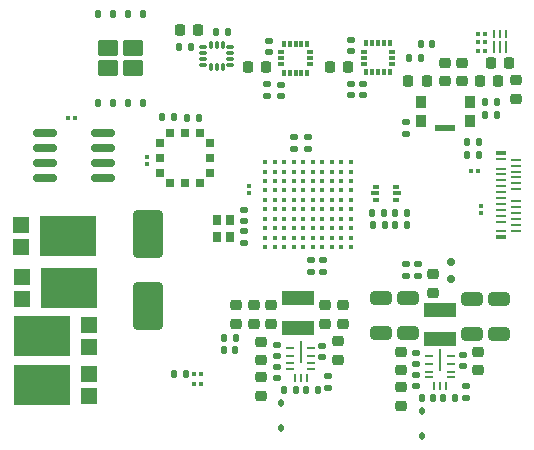
<source format=gbr>
%TF.GenerationSoftware,KiCad,Pcbnew,7.0.8*%
%TF.CreationDate,2024-02-20T09:26:03+00:00*%
%TF.ProjectId,CuttleBoard_8Layers,43757474-6c65-4426-9f61-72645f384c61,rev?*%
%TF.SameCoordinates,Original*%
%TF.FileFunction,Paste,Top*%
%TF.FilePolarity,Positive*%
%FSLAX46Y46*%
G04 Gerber Fmt 4.6, Leading zero omitted, Abs format (unit mm)*
G04 Created by KiCad (PCBNEW 7.0.8) date 2024-02-20 09:26:03*
%MOMM*%
%LPD*%
G01*
G04 APERTURE LIST*
G04 Aperture macros list*
%AMRoundRect*
0 Rectangle with rounded corners*
0 $1 Rounding radius*
0 $2 $3 $4 $5 $6 $7 $8 $9 X,Y pos of 4 corners*
0 Add a 4 corners polygon primitive as box body*
4,1,4,$2,$3,$4,$5,$6,$7,$8,$9,$2,$3,0*
0 Add four circle primitives for the rounded corners*
1,1,$1+$1,$2,$3*
1,1,$1+$1,$4,$5*
1,1,$1+$1,$6,$7*
1,1,$1+$1,$8,$9*
0 Add four rect primitives between the rounded corners*
20,1,$1+$1,$2,$3,$4,$5,0*
20,1,$1+$1,$4,$5,$6,$7,0*
20,1,$1+$1,$6,$7,$8,$9,0*
20,1,$1+$1,$8,$9,$2,$3,0*%
G04 Aperture macros list end*
%ADD10RoundRect,0.147500X0.172500X-0.147500X0.172500X0.147500X-0.172500X0.147500X-0.172500X-0.147500X0*%
%ADD11RoundRect,0.218750X-0.218750X-0.256250X0.218750X-0.256250X0.218750X0.256250X-0.218750X0.256250X0*%
%ADD12RoundRect,0.140000X-0.170000X0.140000X-0.170000X-0.140000X0.170000X-0.140000X0.170000X0.140000X0*%
%ADD13RoundRect,0.135000X-0.185000X0.135000X-0.185000X-0.135000X0.185000X-0.135000X0.185000X0.135000X0*%
%ADD14RoundRect,0.135000X-0.135000X-0.185000X0.135000X-0.185000X0.135000X0.185000X-0.135000X0.185000X0*%
%ADD15RoundRect,0.150000X-0.825000X-0.150000X0.825000X-0.150000X0.825000X0.150000X-0.825000X0.150000X0*%
%ADD16RoundRect,0.075000X0.075000X0.125000X-0.075000X0.125000X-0.075000X-0.125000X0.075000X-0.125000X0*%
%ADD17RoundRect,0.147500X0.147500X0.172500X-0.147500X0.172500X-0.147500X-0.172500X0.147500X-0.172500X0*%
%ADD18R,0.660400X0.711200*%
%ADD19R,0.711200X0.660400*%
%ADD20RoundRect,0.140000X-0.140000X-0.170000X0.140000X-0.170000X0.140000X0.170000X-0.140000X0.170000X0*%
%ADD21R,1.400000X1.390000*%
%ADD22R,4.860000X3.360000*%
%ADD23R,0.800000X0.900000*%
%ADD24RoundRect,0.218750X-0.256250X0.218750X-0.256250X-0.218750X0.256250X-0.218750X0.256250X0.218750X0*%
%ADD25RoundRect,0.140000X0.170000X-0.140000X0.170000X0.140000X-0.170000X0.140000X-0.170000X-0.140000X0*%
%ADD26RoundRect,0.135000X0.135000X0.185000X-0.135000X0.185000X-0.135000X-0.185000X0.135000X-0.185000X0*%
%ADD27RoundRect,0.075000X-0.075000X-0.125000X0.075000X-0.125000X0.075000X0.125000X-0.075000X0.125000X0*%
%ADD28RoundRect,0.218750X0.256250X-0.218750X0.256250X0.218750X-0.256250X0.218750X-0.256250X-0.218750X0*%
%ADD29RoundRect,0.225000X0.225000X0.250000X-0.225000X0.250000X-0.225000X-0.250000X0.225000X-0.250000X0*%
%ADD30RoundRect,0.062500X0.237500X-0.062500X0.237500X0.062500X-0.237500X0.062500X-0.237500X-0.062500X0*%
%ADD31RoundRect,0.062500X0.062500X0.237500X-0.062500X0.237500X-0.062500X-0.237500X0.062500X-0.237500X0*%
%ADD32RoundRect,0.062500X-0.062500X-0.850000X0.062500X-0.850000X0.062500X0.850000X-0.062500X0.850000X0*%
%ADD33R,2.800000X1.200000*%
%ADD34RoundRect,0.225000X0.250000X-0.225000X0.250000X0.225000X-0.250000X0.225000X-0.250000X-0.225000X0*%
%ADD35RoundRect,0.218750X0.218750X0.256250X-0.218750X0.256250X-0.218750X-0.256250X0.218750X-0.256250X0*%
%ADD36RoundRect,0.250000X-0.650000X0.325000X-0.650000X-0.325000X0.650000X-0.325000X0.650000X0.325000X0*%
%ADD37R,0.812800X0.330200*%
%ADD38R,0.812800X0.279400*%
%ADD39RoundRect,0.140000X0.140000X0.170000X-0.140000X0.170000X-0.140000X-0.170000X0.140000X-0.170000X0*%
%ADD40C,0.400000*%
%ADD41RoundRect,0.225000X-0.250000X0.225000X-0.250000X-0.225000X0.250000X-0.225000X0.250000X0.225000X0*%
%ADD42RoundRect,0.087500X0.225000X0.087500X-0.225000X0.087500X-0.225000X-0.087500X0.225000X-0.087500X0*%
%ADD43RoundRect,0.087500X0.087500X0.225000X-0.087500X0.225000X-0.087500X-0.225000X0.087500X-0.225000X0*%
%ADD44R,0.900000X1.000000*%
%ADD45R,1.700000X0.550000*%
%ADD46RoundRect,0.087500X0.087500X-0.187500X0.087500X0.187500X-0.087500X0.187500X-0.087500X-0.187500X0*%
%ADD47RoundRect,0.087500X0.187500X-0.087500X0.187500X0.087500X-0.187500X0.087500X-0.187500X-0.087500X0*%
%ADD48RoundRect,0.250000X0.615000X-0.435000X0.615000X0.435000X-0.615000X0.435000X-0.615000X-0.435000X0*%
%ADD49RoundRect,0.125000X0.125000X-0.200000X0.125000X0.200000X-0.125000X0.200000X-0.125000X-0.200000X0*%
%ADD50RoundRect,0.075000X0.125000X-0.075000X0.125000X0.075000X-0.125000X0.075000X-0.125000X-0.075000X0*%
%ADD51RoundRect,0.135000X0.185000X-0.135000X0.185000X0.135000X-0.185000X0.135000X-0.185000X-0.135000X0*%
%ADD52RoundRect,0.150000X-0.200000X0.150000X-0.200000X-0.150000X0.200000X-0.150000X0.200000X0.150000X0*%
%ADD53R,0.500000X0.375000*%
%ADD54R,0.650000X0.300000*%
%ADD55RoundRect,0.075000X-0.125000X0.075000X-0.125000X-0.075000X0.125000X-0.075000X0.125000X0.075000X0*%
%ADD56RoundRect,0.112500X-0.112500X0.187500X-0.112500X-0.187500X0.112500X-0.187500X0.112500X0.187500X0*%
%ADD57RoundRect,0.250000X1.000000X-1.750000X1.000000X1.750000X-1.000000X1.750000X-1.000000X-1.750000X0*%
%ADD58RoundRect,0.050000X-0.075000X0.250000X-0.075000X-0.250000X0.075000X-0.250000X0.075000X0.250000X0*%
%ADD59RoundRect,0.040000X-0.060000X0.460000X-0.060000X-0.460000X0.060000X-0.460000X0.060000X0.460000X0*%
G04 APERTURE END LIST*
D10*
%TO.C,D3*%
X134425000Y-104427250D03*
X134425000Y-103457250D03*
%TD*%
D11*
%TO.C,FB7*%
X134612500Y-87900000D03*
X136187500Y-87900000D03*
%TD*%
D12*
%TO.C,C40*%
X129725000Y-88200000D03*
X129725000Y-89160000D03*
%TD*%
D13*
%TO.C,R21*%
X126100000Y-92690000D03*
X126100000Y-93710000D03*
%TD*%
D14*
%TO.C,R3*%
X115865000Y-91100000D03*
X116885000Y-91100000D03*
%TD*%
%TO.C,R23*%
X141140000Y-89750000D03*
X142160000Y-89750000D03*
%TD*%
D15*
%TO.C,U20*%
X103825000Y-92295000D03*
X103825000Y-93565000D03*
X103825000Y-94835000D03*
X103825000Y-96105000D03*
X108775000Y-96105000D03*
X108775000Y-94835000D03*
X108775000Y-93565000D03*
X108775000Y-92295000D03*
%TD*%
D13*
%TO.C,R20*%
X134400000Y-91379476D03*
X134400000Y-92399476D03*
%TD*%
D16*
%TO.C,R17*%
X141100000Y-83917500D03*
X140500000Y-83917500D03*
%TD*%
D14*
%TO.C,R6*%
X131580000Y-99107500D03*
X132600000Y-99107500D03*
%TD*%
D12*
%TO.C,C41*%
X123808800Y-88251800D03*
X123808800Y-89211800D03*
%TD*%
D17*
%TO.C,D5*%
X136635000Y-84800000D03*
X135665000Y-84800000D03*
%TD*%
D18*
%TO.C,U7*%
X114430000Y-92350002D03*
X115700000Y-92350002D03*
X116970000Y-92350002D03*
D19*
X117799945Y-93180000D03*
X117799945Y-94450000D03*
X117799945Y-95720000D03*
D18*
X116970000Y-96549998D03*
X115700000Y-96549998D03*
X114430000Y-96549998D03*
D19*
X113600055Y-95720000D03*
X113600055Y-94450000D03*
X113600055Y-93180000D03*
%TD*%
D20*
%TO.C,C4*%
X135770000Y-114742250D03*
X136730000Y-114742250D03*
%TD*%
D21*
%TO.C,D6*%
X101825000Y-100110000D03*
X101825000Y-101950000D03*
D22*
X105807000Y-101030000D03*
%TD*%
D23*
%TO.C,Y1*%
X119485000Y-101100000D03*
X119485000Y-99700000D03*
X118385000Y-99700000D03*
X118385000Y-101100000D03*
%TD*%
D12*
%TO.C,C9*%
X120710000Y-98840000D03*
X120710000Y-99800000D03*
%TD*%
D14*
%TO.C,R4*%
X131590000Y-100100000D03*
X132610000Y-100100000D03*
%TD*%
D24*
%TO.C,FB3*%
X136730000Y-104312500D03*
X136730000Y-105887500D03*
%TD*%
D25*
%TO.C,C1*%
X129789400Y-85430000D03*
X129789400Y-84470000D03*
%TD*%
D26*
%TO.C,R13*%
X126960000Y-114075000D03*
X125940000Y-114075000D03*
%TD*%
D27*
%TO.C,R16*%
X140550000Y-85367500D03*
X141150000Y-85367500D03*
%TD*%
D28*
%TO.C,FB2*%
X122125000Y-114587500D03*
X122125000Y-113012500D03*
%TD*%
D13*
%TO.C,R12*%
X127850000Y-112940000D03*
X127850000Y-113960000D03*
%TD*%
%TO.C,R10*%
X139500000Y-113732250D03*
X139500000Y-114752250D03*
%TD*%
D25*
%TO.C,C54*%
X135275000Y-111922250D03*
X135275000Y-110962250D03*
%TD*%
D12*
%TO.C,C6*%
X135275000Y-112812250D03*
X135275000Y-113772250D03*
%TD*%
D29*
%TO.C,C46*%
X122577200Y-86748000D03*
X121027200Y-86748000D03*
%TD*%
D25*
%TO.C,C56*%
X123525000Y-111230000D03*
X123525000Y-110270000D03*
%TD*%
D14*
%TO.C,R2*%
X113790000Y-90950000D03*
X114810000Y-90950000D03*
%TD*%
D17*
%TO.C,D4*%
X134485000Y-99100000D03*
X133515000Y-99100000D03*
%TD*%
D29*
%TO.C,C44*%
X116850000Y-83600000D03*
X115300000Y-83600000D03*
%TD*%
D28*
%TO.C,FB1*%
X134025000Y-115429750D03*
X134025000Y-113854750D03*
%TD*%
D30*
%TO.C,U1*%
X136400000Y-111230250D03*
X136400000Y-111880250D03*
X136400000Y-112530250D03*
X136400000Y-113030250D03*
D31*
X136800000Y-113755250D03*
X137300000Y-113755250D03*
X137800000Y-113755250D03*
D30*
X138200000Y-113030250D03*
X138200000Y-112530250D03*
X138200000Y-111880250D03*
X138200000Y-111230250D03*
D32*
X137300000Y-111567250D03*
%TD*%
D33*
%TO.C,L2*%
X125300000Y-108840000D03*
X125300000Y-106340000D03*
%TD*%
D34*
%TO.C,C3*%
X134025000Y-112442250D03*
X134025000Y-110892250D03*
%TD*%
%TO.C,C2*%
X140525000Y-112442250D03*
X140525000Y-110892250D03*
%TD*%
%TO.C,C10*%
X128625000Y-111525000D03*
X128625000Y-109975000D03*
%TD*%
%TO.C,C12*%
X122125000Y-111575000D03*
X122125000Y-110025000D03*
%TD*%
D35*
%TO.C,L4*%
X142237500Y-87900000D03*
X140662500Y-87900000D03*
%TD*%
D14*
%TO.C,R29*%
X114749000Y-112776000D03*
X115769000Y-112776000D03*
%TD*%
D36*
%TO.C,C17*%
X132325000Y-106342250D03*
X132325000Y-109292250D03*
%TD*%
D37*
%TO.C,J1*%
X142472140Y-101150000D03*
X142472140Y-94050000D03*
D38*
X142472201Y-100650032D03*
X142472201Y-99849932D03*
X142472201Y-99350060D03*
X142472201Y-98849934D03*
X142472201Y-98349808D03*
X142472201Y-97849682D03*
X142472201Y-97349556D03*
X142472201Y-96849430D03*
X142472201Y-96349304D03*
X142472201Y-95849178D03*
X142472201Y-95350068D03*
X142472201Y-94549968D03*
X143722201Y-94600006D03*
X143722201Y-95100132D03*
X143722201Y-95600258D03*
X143722201Y-96100384D03*
X143722201Y-96600510D03*
X143722201Y-97100636D03*
X143722201Y-98100126D03*
X143722201Y-98600252D03*
X143722201Y-99100378D03*
X143722201Y-99600504D03*
X143722201Y-100100630D03*
X143722201Y-100600756D03*
%TD*%
D12*
%TO.C,C42*%
X122665800Y-88221200D03*
X122665800Y-89181200D03*
%TD*%
D39*
%TO.C,C43*%
X119330000Y-83825000D03*
X118370000Y-83825000D03*
%TD*%
D40*
%TO.C,U2*%
X122525000Y-94800000D03*
X123325000Y-94800000D03*
X124125000Y-94800000D03*
X124925000Y-94800000D03*
X125725000Y-94800000D03*
X126525000Y-94800000D03*
X127325000Y-94800000D03*
X128125000Y-94800000D03*
X128925000Y-94800000D03*
X129725000Y-94800000D03*
X122525000Y-95600000D03*
X123325000Y-95600000D03*
X124125000Y-95600000D03*
X124925000Y-95600000D03*
X125725000Y-95600000D03*
X126525000Y-95600000D03*
X127325000Y-95600000D03*
X128125000Y-95600000D03*
X128925000Y-95600000D03*
X129725000Y-95600000D03*
X122525000Y-96400000D03*
X123325000Y-96400000D03*
X124125000Y-96400000D03*
X124925000Y-96400000D03*
X125725000Y-96400000D03*
X126525000Y-96400000D03*
X127325000Y-96400000D03*
X128125000Y-96400000D03*
X128925000Y-96400000D03*
X129725000Y-96400000D03*
X122525000Y-97200000D03*
X123325000Y-97200000D03*
X124125000Y-97200000D03*
X124925000Y-97200000D03*
X125725000Y-97200000D03*
X126525000Y-97200000D03*
X127325000Y-97200000D03*
X128125000Y-97200000D03*
X128925000Y-97200000D03*
X129725000Y-97200000D03*
X122525000Y-98000000D03*
X123325000Y-98000000D03*
X124125000Y-98000000D03*
X124925000Y-98000000D03*
X125725000Y-98000000D03*
X126525000Y-98000000D03*
X127325000Y-98000000D03*
X128125000Y-98000000D03*
X128925000Y-98000000D03*
X129725000Y-98000000D03*
X122525000Y-98800000D03*
X123325000Y-98800000D03*
X124125000Y-98800000D03*
X124925000Y-98800000D03*
X125725000Y-98800000D03*
X126525000Y-98800000D03*
X127325000Y-98800000D03*
X128125000Y-98800000D03*
X128925000Y-98800000D03*
X129725000Y-98800000D03*
X122525000Y-99600000D03*
X123325000Y-99600000D03*
X124125000Y-99600000D03*
X124925000Y-99600000D03*
X125725000Y-99600000D03*
X126525000Y-99600000D03*
X127325000Y-99600000D03*
X128125000Y-99600000D03*
X128925000Y-99600000D03*
X129725000Y-99600000D03*
X122525000Y-100400000D03*
X123325000Y-100400000D03*
X124125000Y-100400000D03*
X124925000Y-100400000D03*
X125725000Y-100400000D03*
X126525000Y-100400000D03*
X127325000Y-100400000D03*
X128125000Y-100400000D03*
X128925000Y-100400000D03*
X129725000Y-100400000D03*
X122525000Y-101200000D03*
X123325000Y-101200000D03*
X124125000Y-101200000D03*
X124925000Y-101200000D03*
X125725000Y-101200000D03*
X126525000Y-101200000D03*
X127325000Y-101200000D03*
X128125000Y-101200000D03*
X128925000Y-101200000D03*
X129725000Y-101200000D03*
X122525000Y-102000000D03*
X123325000Y-102000000D03*
X124125000Y-102000000D03*
X124925000Y-102000000D03*
X125725000Y-102000000D03*
X126525000Y-102000000D03*
X127325000Y-102000000D03*
X128125000Y-102000000D03*
X128925000Y-102000000D03*
X129725000Y-102000000D03*
%TD*%
D26*
%TO.C,R11*%
X138610000Y-114742250D03*
X137590000Y-114742250D03*
%TD*%
D41*
%TO.C,C52*%
X127575000Y-106925000D03*
X127575000Y-108475000D03*
%TD*%
D27*
%TO.C,C24*%
X116459000Y-113576000D03*
X117059000Y-113576000D03*
%TD*%
D42*
%TO.C,U17*%
X119551700Y-86580800D03*
X119551700Y-86080800D03*
X119551700Y-85580800D03*
X119551700Y-85080800D03*
D43*
X118889200Y-84918300D03*
X118389200Y-84918300D03*
X117889200Y-84918300D03*
D42*
X117226700Y-85080800D03*
X117226700Y-85580800D03*
X117226700Y-86080800D03*
X117226700Y-86580800D03*
D43*
X117889200Y-86743300D03*
X118389200Y-86743300D03*
X118889200Y-86743300D03*
%TD*%
D44*
%TO.C,SW1*%
X139800000Y-91300000D03*
X135700000Y-91300000D03*
X139800000Y-89700000D03*
X135700000Y-89700000D03*
D45*
X137750000Y-91925000D03*
%TD*%
D25*
%TO.C,C55*%
X127325000Y-111305000D03*
X127325000Y-110345000D03*
%TD*%
D12*
%TO.C,C15*%
X123525000Y-112120000D03*
X123525000Y-113080000D03*
%TD*%
D25*
%TO.C,C18*%
X139240000Y-112080000D03*
X139240000Y-111120000D03*
%TD*%
D21*
%TO.C,D10*%
X107575000Y-114590000D03*
X107575000Y-112750000D03*
D22*
X103593000Y-113670000D03*
%TD*%
D28*
%TO.C,FB6*%
X143700000Y-89442500D03*
X143700000Y-87867500D03*
%TD*%
D27*
%TO.C,R30*%
X116459000Y-112776000D03*
X117059000Y-112776000D03*
%TD*%
D46*
%TO.C,U4*%
X131050000Y-87200000D03*
X131550000Y-87200000D03*
X132050000Y-87200000D03*
X132550000Y-87200000D03*
X133050000Y-87200000D03*
D47*
X133275000Y-86475000D03*
X133275000Y-85975000D03*
X133275000Y-85475000D03*
D46*
X133050000Y-84750000D03*
X132550000Y-84750000D03*
X132050000Y-84750000D03*
X131550000Y-84750000D03*
X131050000Y-84750000D03*
D47*
X130825000Y-85475000D03*
X130825000Y-85975000D03*
X130825000Y-86475000D03*
%TD*%
D17*
%TO.C,D1*%
X119985000Y-110750000D03*
X119015000Y-110750000D03*
%TD*%
D21*
%TO.C,D9*%
X107613000Y-110470000D03*
X107613000Y-108630000D03*
D22*
X103631000Y-109550000D03*
%TD*%
D39*
%TO.C,C45*%
X116204800Y-85070700D03*
X115244800Y-85070700D03*
%TD*%
D36*
%TO.C,C11*%
X134625000Y-106342250D03*
X134625000Y-109292250D03*
%TD*%
D14*
%TO.C,R15*%
X139590000Y-94200000D03*
X140610000Y-94200000D03*
%TD*%
D46*
%TO.C,U16*%
X124074200Y-87215800D03*
X124574200Y-87215800D03*
X125074200Y-87215800D03*
X125574200Y-87215800D03*
X126074200Y-87215800D03*
D47*
X126299200Y-86490800D03*
X126299200Y-85990800D03*
X126299200Y-85490800D03*
D46*
X126074200Y-84765800D03*
X125574200Y-84765800D03*
X125074200Y-84765800D03*
X124574200Y-84765800D03*
X124074200Y-84765800D03*
D47*
X123849200Y-85490800D03*
X123849200Y-85990800D03*
X123849200Y-86490800D03*
%TD*%
D34*
%TO.C,C28*%
X139200000Y-87925000D03*
X139200000Y-86375000D03*
%TD*%
D16*
%TO.C,C49*%
X106400000Y-91050000D03*
X105800000Y-91050000D03*
%TD*%
D34*
%TO.C,C29*%
X137700000Y-87925000D03*
X137700000Y-86375000D03*
%TD*%
D48*
%TO.C,IC1*%
X109190000Y-86875000D03*
X111340000Y-86875000D03*
X109190000Y-85175000D03*
X111340000Y-85175000D03*
D49*
X108360000Y-89775000D03*
X109630000Y-89775000D03*
X110900000Y-89775000D03*
X112170000Y-89775000D03*
X112170000Y-82275000D03*
X110900000Y-82275000D03*
X109630000Y-82275000D03*
X108360000Y-82275000D03*
%TD*%
D27*
%TO.C,R27*%
X139900000Y-95525000D03*
X140500000Y-95525000D03*
%TD*%
D17*
%TO.C,D2*%
X134485000Y-100100000D03*
X133515000Y-100100000D03*
%TD*%
D12*
%TO.C,C39*%
X130750000Y-88200000D03*
X130750000Y-89160000D03*
%TD*%
D14*
%TO.C,R22*%
X141140000Y-90800000D03*
X142160000Y-90800000D03*
%TD*%
D30*
%TO.C,U3*%
X124605000Y-110525000D03*
X124605000Y-111175000D03*
X124605000Y-111825000D03*
X124605000Y-112325000D03*
D31*
X125005000Y-113050000D03*
X125505000Y-113050000D03*
X126005000Y-113050000D03*
D30*
X126405000Y-112325000D03*
X126405000Y-111825000D03*
X126405000Y-111175000D03*
X126405000Y-110525000D03*
D32*
X125505000Y-110862000D03*
%TD*%
D50*
%TO.C,R26*%
X140750000Y-99150000D03*
X140750000Y-98550000D03*
%TD*%
D51*
%TO.C,R5*%
X135475000Y-104452250D03*
X135475000Y-103432250D03*
%TD*%
D52*
%TO.C,D12*%
X138200000Y-104700000D03*
X138200000Y-103300000D03*
%TD*%
D53*
%TO.C,U19*%
X131849600Y-96912500D03*
D54*
X131774600Y-97450000D03*
D53*
X131849600Y-97987500D03*
X133549600Y-97987500D03*
D54*
X133624600Y-97450000D03*
D53*
X133549600Y-96912500D03*
%TD*%
D12*
%TO.C,C7*%
X120710000Y-100665000D03*
X120710000Y-101625000D03*
%TD*%
D25*
%TO.C,C30*%
X122843600Y-85500800D03*
X122843600Y-84540800D03*
%TD*%
D55*
%TO.C,R9*%
X121125000Y-96825000D03*
X121125000Y-97425000D03*
%TD*%
D56*
%TO.C,D11*%
X123825000Y-115200000D03*
X123825000Y-117300000D03*
%TD*%
D26*
%TO.C,R1*%
X120020000Y-109726250D03*
X119000000Y-109726250D03*
%TD*%
D28*
%TO.C,FB5*%
X119987500Y-108502500D03*
X119987500Y-106927500D03*
%TD*%
D27*
%TO.C,C27*%
X140550000Y-84667500D03*
X141150000Y-84667500D03*
%TD*%
D51*
%TO.C,R19*%
X126375000Y-104110000D03*
X126375000Y-103090000D03*
%TD*%
D41*
%TO.C,C51*%
X121525000Y-106925000D03*
X121525000Y-108475000D03*
%TD*%
D14*
%TO.C,R7*%
X134640000Y-86000000D03*
X135660000Y-86000000D03*
%TD*%
D55*
%TO.C,C20*%
X112520000Y-94350000D03*
X112520000Y-94950000D03*
%TD*%
D57*
%TO.C,C5*%
X112600000Y-106950000D03*
X112600000Y-100850000D03*
%TD*%
D56*
%TO.C,D7*%
X135750000Y-115867250D03*
X135750000Y-117967250D03*
%TD*%
D41*
%TO.C,C50*%
X129050000Y-106925000D03*
X129050000Y-108475000D03*
%TD*%
D13*
%TO.C,R8*%
X124950000Y-92690000D03*
X124950000Y-93710000D03*
%TD*%
D29*
%TO.C,C26*%
X143175000Y-86400000D03*
X141625000Y-86400000D03*
%TD*%
%TO.C,C47*%
X129550000Y-86750000D03*
X128000000Y-86750000D03*
%TD*%
D58*
%TO.C,U15*%
X142900000Y-83917500D03*
X142400000Y-83917500D03*
X141900000Y-83917500D03*
D59*
X141900000Y-85017500D03*
X142400000Y-85017500D03*
X142900000Y-85017500D03*
%TD*%
D36*
%TO.C,C8*%
X142325000Y-106392250D03*
X142325000Y-109342250D03*
%TD*%
D41*
%TO.C,C53*%
X123025000Y-106925000D03*
X123025000Y-108475000D03*
%TD*%
D21*
%TO.C,D8*%
X101877000Y-104510000D03*
X101877000Y-106350000D03*
D22*
X105859000Y-105430000D03*
%TD*%
D20*
%TO.C,C13*%
X124120000Y-114100000D03*
X125080000Y-114100000D03*
%TD*%
D51*
%TO.C,R18*%
X127400000Y-104110000D03*
X127400000Y-103090000D03*
%TD*%
D33*
%TO.C,L1*%
X137330000Y-109790000D03*
X137330000Y-107290000D03*
%TD*%
D36*
%TO.C,C25*%
X140025000Y-106392250D03*
X140025000Y-109342250D03*
%TD*%
D26*
%TO.C,R14*%
X140585000Y-93125000D03*
X139565000Y-93125000D03*
%TD*%
M02*

</source>
